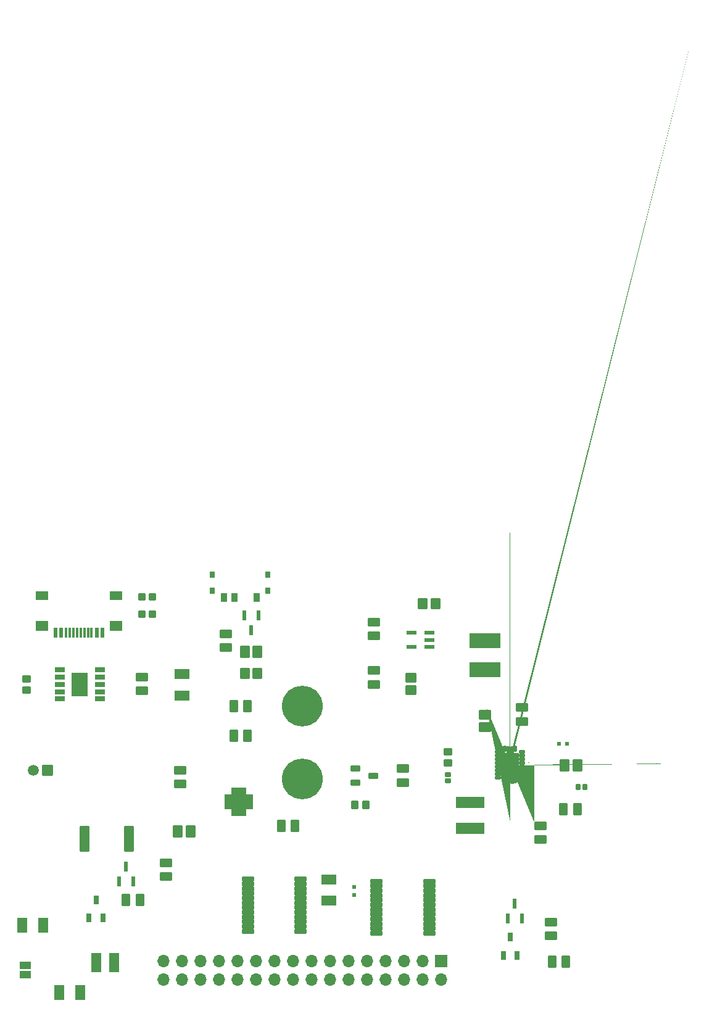
<source format=gbr>
%TF.GenerationSoftware,KiCad,Pcbnew,9.0.0*%
%TF.CreationDate,2025-03-28T16:46:07+02:00*%
%TF.ProjectId,Micromouse Power Subsystem,4d696372-6f6d-46f7-9573-6520506f7765,2.0*%
%TF.SameCoordinates,Original*%
%TF.FileFunction,Soldermask,Top*%
%TF.FilePolarity,Negative*%
%FSLAX46Y46*%
G04 Gerber Fmt 4.6, Leading zero omitted, Abs format (unit mm)*
G04 Created by KiCad (PCBNEW 9.0.0) date 2025-03-28 16:46:07*
%MOMM*%
%LPD*%
G01*
G04 APERTURE LIST*
G04 Aperture macros list*
%AMRoundRect*
0 Rectangle with rounded corners*
0 $1 Rounding radius*
0 $2 $3 $4 $5 $6 $7 $8 $9 X,Y pos of 4 corners*
0 Add a 4 corners polygon primitive as box body*
4,1,4,$2,$3,$4,$5,$6,$7,$8,$9,$2,$3,0*
0 Add four circle primitives for the rounded corners*
1,1,$1+$1,$2,$3*
1,1,$1+$1,$4,$5*
1,1,$1+$1,$6,$7*
1,1,$1+$1,$8,$9*
0 Add four rect primitives between the rounded corners*
20,1,$1+$1,$2,$3,$4,$5,0*
20,1,$1+$1,$4,$5,$6,$7,0*
20,1,$1+$1,$6,$7,$8,$9,0*
20,1,$1+$1,$8,$9,$2,$3,0*%
%AMFreePoly0*
4,1,505,-0.203634,2.555678,-0.202053,2.555421,-0.199231,2.554726,-0.198634,2.554678,-0.197053,2.554421,-0.194231,2.553726,-0.193634,2.553678,-0.192053,2.553421,-0.176164,2.549509,-0.173164,2.548509,-0.166423,2.545994,-0.165768,2.545723,-0.159148,2.542704,-0.157464,2.541862,-0.157608,2.541572,-0.146835,2.536534,-0.144880,2.535327,-0.140541,2.531895,-0.136165,2.529249,-0.134865,2.528313,
-0.133109,2.526820,-0.132165,2.526249,-0.130865,2.525313,-0.118339,2.514661,-0.110339,2.506661,-0.099687,2.494135,-0.098751,2.492835,-0.098179,2.491890,-0.096687,2.490135,-0.095751,2.488835,-0.093104,2.484458,-0.089673,2.480120,-0.088466,2.478165,-0.083427,2.467391,-0.083138,2.467536,-0.082296,2.465852,-0.079277,2.459232,-0.079006,2.458577,-0.076491,2.451836,-0.075491,2.448836,
-0.071579,2.432947,-0.071322,2.431366,-0.071273,2.430768,-0.070579,2.427947,-0.070322,2.426366,-0.070273,2.425768,-0.069579,2.422947,-0.069322,2.421366,-0.068000,2.405000,-0.068000,2.032000,0.068000,2.032000,0.068000,2.405000,0.069322,2.421366,0.069579,2.422947,0.070273,2.425768,0.070322,2.426366,0.070579,2.427947,0.071273,2.430768,0.071322,2.431366,0.071579,2.432947,
0.075491,2.448836,0.076491,2.451836,0.079006,2.458577,0.079277,2.459232,0.082296,2.465852,0.083138,2.467536,0.083427,2.467391,0.088466,2.478165,0.089673,2.480120,0.093104,2.484458,0.095751,2.488835,0.096687,2.490135,0.098179,2.491890,0.098751,2.492835,0.099687,2.494135,0.110339,2.506661,0.118339,2.514661,0.130865,2.525313,0.132165,2.526249,0.133109,2.526820,
0.134865,2.528313,0.136165,2.529249,0.140541,2.531895,0.144880,2.535327,0.146835,2.536534,0.157608,2.541572,0.157464,2.541862,0.159148,2.542704,0.165768,2.545723,0.166423,2.545994,0.173164,2.548509,0.176164,2.549509,0.192053,2.553421,0.193634,2.553678,0.194231,2.553726,0.197053,2.554421,0.198634,2.554678,0.199231,2.554726,0.202053,2.555421,0.203634,2.555678,
0.220000,2.557000,0.330000,2.557000,0.346366,2.555678,0.347947,2.555421,0.350768,2.554726,0.351366,2.554678,0.352947,2.554421,0.355768,2.553726,0.356366,2.553678,0.357947,2.553421,0.373836,2.549509,0.376836,2.548509,0.383577,2.545994,0.384232,2.545723,0.390852,2.542704,0.392536,2.541862,0.392391,2.541572,0.403165,2.536534,0.405120,2.535327,0.409458,2.531895,
0.413835,2.529249,0.415135,2.528313,0.416890,2.526820,0.417835,2.526249,0.419135,2.525313,0.431661,2.514661,0.439661,2.506661,0.450313,2.494135,0.451249,2.492835,0.451820,2.491890,0.453313,2.490135,0.454249,2.488835,0.456895,2.484458,0.460327,2.480120,0.461534,2.478165,0.466572,2.467391,0.466862,2.467536,0.467704,2.465852,0.470723,2.459232,0.470994,2.458577,
0.473509,2.451836,0.474509,2.448836,0.478421,2.432947,0.478678,2.431366,0.478726,2.430768,0.479421,2.427947,0.479678,2.426366,0.479726,2.425768,0.480421,2.422947,0.480678,2.421366,0.482000,2.405000,0.482000,1.632000,0.980000,1.632000,0.996366,1.630678,0.997947,1.630421,1.000768,1.629726,1.001366,1.629678,1.002947,1.629421,1.005768,1.628726,1.006366,1.628678,
1.007947,1.628421,1.013719,1.627000,1.025000,1.627000,1.084954,1.607520,1.122008,1.556520,1.127000,1.525000,1.127000,1.513718,1.128421,1.507947,1.128678,1.506366,1.128726,1.505768,1.129421,1.502947,1.129678,1.501366,1.129726,1.500768,1.130421,1.497947,1.130678,1.496366,1.132000,1.480000,1.132000,-1.480000,1.130678,-1.496366,1.130421,-1.497947,1.129726,-1.500768,
1.129678,-1.501366,1.129421,-1.502947,1.128726,-1.505768,1.128678,-1.506366,1.128421,-1.507947,1.127000,-1.513718,1.127000,-1.525000,1.107520,-1.584954,1.056520,-1.622008,1.025000,-1.627000,1.013719,-1.627000,1.007947,-1.628421,1.006366,-1.628678,1.005768,-1.628726,1.002947,-1.629421,1.001366,-1.629678,1.000768,-1.629726,0.997947,-1.630421,0.996366,-1.630678,0.980000,-1.632000,
0.482000,-1.632000,0.482000,-2.405000,0.480678,-2.421366,0.480421,-2.422947,0.479726,-2.425768,0.479678,-2.426366,0.479421,-2.427947,0.478726,-2.430768,0.478678,-2.431366,0.478421,-2.432947,0.474509,-2.448836,0.473509,-2.451836,0.470994,-2.458577,0.470723,-2.459232,0.467704,-2.465852,0.466862,-2.467536,0.466572,-2.467391,0.461534,-2.478165,0.460327,-2.480120,0.456895,-2.484458,
0.454249,-2.488835,0.453313,-2.490135,0.451820,-2.491890,0.451249,-2.492835,0.450313,-2.494135,0.439661,-2.506661,0.431661,-2.514661,0.419135,-2.525313,0.417835,-2.526249,0.416890,-2.526820,0.415135,-2.528313,0.413835,-2.529249,0.409458,-2.531895,0.405120,-2.535327,0.403165,-2.536534,0.392391,-2.541572,0.392536,-2.541862,0.390852,-2.542704,0.384232,-2.545723,0.383577,-2.545994,
0.376836,-2.548509,0.373836,-2.549509,0.357947,-2.553421,0.356366,-2.553678,0.355768,-2.553726,0.352947,-2.554421,0.351366,-2.554678,0.350768,-2.554726,0.347947,-2.555421,0.346366,-2.555678,0.330000,-2.557000,0.220000,-2.557000,0.203634,-2.555678,0.202053,-2.555421,0.199231,-2.554726,0.198634,-2.554678,0.197053,-2.554421,0.194231,-2.553726,0.193634,-2.553678,0.192053,-2.553421,
0.176164,-2.549509,0.173164,-2.548509,0.166423,-2.545994,0.165768,-2.545723,0.159148,-2.542704,0.157464,-2.541862,0.157608,-2.541572,0.146835,-2.536534,0.144880,-2.535327,0.140541,-2.531895,0.136165,-2.529249,0.134865,-2.528313,0.133109,-2.526820,0.132165,-2.526249,0.130865,-2.525313,0.118339,-2.514661,0.110339,-2.506661,0.099687,-2.494135,0.098751,-2.492835,0.098179,-2.491890,
0.096687,-2.490135,0.095751,-2.488835,0.093104,-2.484458,0.089673,-2.480120,0.088466,-2.478165,0.083427,-2.467391,0.083138,-2.467536,0.082296,-2.465852,0.079277,-2.459232,0.079006,-2.458577,0.076491,-2.451836,0.075491,-2.448836,0.071579,-2.432947,0.071322,-2.431366,0.071273,-2.430768,0.070579,-2.427947,0.070322,-2.426366,0.070273,-2.425768,0.069579,-2.422947,0.069322,-2.421366,
0.068000,-2.405000,0.068000,-2.032000,-0.068000,-2.032000,-0.068000,-2.405000,-0.069322,-2.421366,-0.069579,-2.422947,-0.070273,-2.425768,-0.070322,-2.426366,-0.070579,-2.427947,-0.071273,-2.430768,-0.071322,-2.431366,-0.071579,-2.432947,-0.075491,-2.448836,-0.076491,-2.451836,-0.079006,-2.458577,-0.079277,-2.459232,-0.082296,-2.465852,-0.083138,-2.467536,-0.083427,-2.467391,-0.088466,-2.478165,
-0.089673,-2.480120,-0.093104,-2.484458,-0.095751,-2.488835,-0.096687,-2.490135,-0.098179,-2.491890,-0.098751,-2.492835,-0.099687,-2.494135,-0.110339,-2.506661,-0.118339,-2.514661,-0.130865,-2.525313,-0.132165,-2.526249,-0.133109,-2.526820,-0.134865,-2.528313,-0.136165,-2.529249,-0.140541,-2.531895,-0.144880,-2.535327,-0.146835,-2.536534,-0.157608,-2.541572,-0.157464,-2.541862,-0.159148,-2.542704,
-0.165768,-2.545723,-0.166423,-2.545994,-0.173164,-2.548509,-0.176164,-2.549509,-0.192053,-2.553421,-0.193634,-2.553678,-0.194231,-2.553726,-0.197053,-2.554421,-0.198634,-2.554678,-0.199231,-2.554726,-0.202053,-2.555421,-0.203634,-2.555678,-0.220000,-2.557000,-0.330000,-2.557000,-0.346366,-2.555678,-0.347947,-2.555421,-0.350768,-2.554726,-0.351366,-2.554678,-0.352947,-2.554421,-0.355768,-2.553726,
-0.356366,-2.553678,-0.357947,-2.553421,-0.373836,-2.549509,-0.376836,-2.548509,-0.383577,-2.545994,-0.384232,-2.545723,-0.390852,-2.542704,-0.392536,-2.541862,-0.392391,-2.541572,-0.403165,-2.536534,-0.405120,-2.535327,-0.409458,-2.531895,-0.413835,-2.529249,-0.415135,-2.528313,-0.416890,-2.526820,-0.417835,-2.526249,-0.419135,-2.525313,-0.431661,-2.514661,-0.439661,-2.506661,-0.450313,-2.494135,
-0.451249,-2.492835,-0.451820,-2.491890,-0.453313,-2.490135,-0.454249,-2.488835,-0.456895,-2.484458,-0.460327,-2.480120,-0.461534,-2.478165,-0.466572,-2.467391,-0.466862,-2.467536,-0.467704,-2.465852,-0.470723,-2.459232,-0.470994,-2.458577,-0.473509,-2.451836,-0.474509,-2.448836,-0.478421,-2.432947,-0.478678,-2.431366,-0.478726,-2.430768,-0.479421,-2.427947,-0.479678,-2.426366,-0.479726,-2.425768,
-0.480421,-2.422947,-0.480678,-2.421366,-0.482000,-2.405000,-0.482000,-1.632000,-0.980000,-1.632000,-0.996366,-1.630678,-0.997947,-1.630421,-1.000768,-1.629726,-1.001366,-1.629678,-1.002947,-1.629421,-1.005768,-1.628726,-1.006366,-1.628678,-1.007947,-1.628421,-1.013719,-1.627000,-1.025000,-1.627000,-1.084954,-1.607520,-1.122008,-1.556520,-1.127000,-1.525000,-1.127000,-1.513718,-1.128421,-1.507947,
-1.128678,-1.506366,-1.128726,-1.505768,-1.129421,-1.502947,-1.129678,-1.501366,-1.129726,-1.500768,-1.130421,-1.497947,-1.130678,-1.496366,-1.132000,-1.480000,-1.132000,1.480000,-1.130678,1.496366,-1.130421,1.497947,-1.129726,1.500768,-1.129678,1.501366,-1.129421,1.502947,-1.128726,1.505768,-1.128678,1.506366,-1.128421,1.507947,-1.127000,1.513718,-1.127000,1.525000,-1.107520,1.584954,
-1.056520,1.622008,-1.025000,1.627000,-1.013719,1.627000,-1.007947,1.628421,-1.006366,1.628678,-1.005768,1.628726,-1.002947,1.629421,-1.001366,1.629678,-1.000768,1.629726,-0.997947,1.630421,-0.996366,1.630678,-0.980000,1.632000,-0.482000,1.632000,-0.482000,2.405000,-0.480678,2.421366,-0.480421,2.422947,-0.479726,2.425768,-0.479678,2.426366,-0.479421,2.427947,-0.478726,2.430768,
-0.478678,2.431366,-0.478421,2.432947,-0.474509,2.448836,-0.473509,2.451836,-0.470994,2.458577,-0.470723,2.459232,-0.467704,2.465852,-0.466862,2.467536,-0.466572,2.467391,-0.461534,2.478165,-0.460327,2.480120,-0.456895,2.484458,-0.454249,2.488835,-0.453313,2.490135,-0.451820,2.491890,-0.451249,2.492835,-0.450313,2.494135,-0.439661,2.506661,-0.431661,2.514661,-0.419135,2.525313,
-0.417835,2.526249,-0.416890,2.526820,-0.415135,2.528313,-0.413835,2.529249,-0.409458,2.531895,-0.405120,2.535327,-0.403165,2.536534,-0.392391,2.541572,-0.392536,2.541862,-0.390852,2.542704,-0.384232,2.545723,-0.383577,2.545994,-0.376836,2.548509,-0.373836,2.549509,-0.357947,2.553421,-0.356366,2.553678,-0.355768,2.553726,-0.352947,2.554421,-0.351366,2.554678,-0.350768,2.554726,
-0.347947,2.555421,-0.346366,2.555678,-0.330000,2.557000,-0.220000,2.557000,-0.203634,2.555678,-0.203634,2.555678,$1*%
G04 Aperture macros list end*
%ADD10C,0.010000*%
%ADD11C,0.504000*%
%ADD12FreePoly0,0.000000*%
%ADD13RoundRect,0.093240X-0.128760X-0.308760X0.128760X-0.308760X0.128760X0.308760X-0.128760X0.308760X0*%
%ADD14RoundRect,0.093240X-0.308760X-0.128760X0.308760X-0.128760X0.308760X0.128760X-0.308760X0.128760X0*%
%ADD15RoundRect,0.102000X-0.710000X0.500000X-0.710000X-0.500000X0.710000X-0.500000X0.710000X0.500000X0*%
%ADD16RoundRect,0.197160X0.204840X-0.174840X0.204840X0.174840X-0.204840X0.174840X-0.204840X-0.174840X0*%
%ADD17RoundRect,0.102000X0.735000X-0.580000X0.735000X0.580000X-0.735000X0.580000X-0.735000X-0.580000X0*%
%ADD18RoundRect,0.102000X-0.500000X-0.710000X0.500000X-0.710000X0.500000X0.710000X-0.500000X0.710000X0*%
%ADD19RoundRect,0.102000X-0.465000X0.435000X-0.465000X-0.435000X0.465000X-0.435000X0.465000X0.435000X0*%
%ADD20R,4.000000X1.500000*%
%ADD21RoundRect,0.197160X0.174840X0.204840X-0.174840X0.204840X-0.174840X-0.204840X0.174840X-0.204840X0*%
%ADD22R,0.605600X0.500000*%
%ADD23RoundRect,0.102000X0.750000X0.200000X-0.750000X0.200000X-0.750000X-0.200000X0.750000X-0.200000X0*%
%ADD24C,5.600000*%
%ADD25R,1.700000X1.700000*%
%ADD26O,1.700000X1.700000*%
%ADD27R,1.500000X1.000000*%
%ADD28RoundRect,0.102000X0.710000X-0.500000X0.710000X0.500000X-0.710000X0.500000X-0.710000X-0.500000X0*%
%ADD29RoundRect,0.198500X-0.508500X-0.198500X0.508500X-0.198500X0.508500X0.198500X-0.508500X0.198500X0*%
%ADD30RoundRect,0.102000X-0.910000X0.600000X-0.910000X-0.600000X0.910000X-0.600000X0.910000X0.600000X0*%
%ADD31R,1.803400X1.447800*%
%ADD32R,1.803400X1.193800*%
%ADD33R,0.609600X1.447800*%
%ADD34R,0.304800X1.447800*%
%ADD35RoundRect,0.102000X-0.600000X-0.910000X0.600000X-0.910000X0.600000X0.910000X-0.600000X0.910000X0*%
%ADD36RoundRect,0.102000X0.465000X-0.435000X0.465000X0.435000X-0.465000X0.435000X-0.465000X-0.435000X0*%
%ADD37R,0.558800X1.320800*%
%ADD38RoundRect,0.102000X0.435000X0.465000X-0.435000X0.465000X-0.435000X-0.465000X0.435000X-0.465000X0*%
%ADD39RoundRect,0.085500X-0.621500X-0.256500X0.621500X-0.256500X0.621500X0.256500X-0.621500X0.256500X0*%
%ADD40RoundRect,0.102000X-0.654000X-0.654000X0.654000X-0.654000X0.654000X0.654000X-0.654000X0.654000X0*%
%ADD41C,1.512000*%
%ADD42RoundRect,0.102000X0.910000X-0.600000X0.910000X0.600000X-0.910000X0.600000X-0.910000X-0.600000X0*%
%ADD43RoundRect,0.102000X-0.535000X-1.710000X0.535000X-1.710000X0.535000X1.710000X-0.535000X1.710000X0*%
%ADD44RoundRect,0.102000X-0.750000X-0.200000X0.750000X-0.200000X0.750000X0.200000X-0.750000X0.200000X0*%
%ADD45RoundRect,0.102000X0.500000X0.710000X-0.500000X0.710000X-0.500000X-0.710000X0.500000X-0.710000X0*%
%ADD46R,0.700000X1.250000*%
%ADD47RoundRect,0.102000X0.400000X0.400000X-0.400000X0.400000X-0.400000X-0.400000X0.400000X-0.400000X0*%
%ADD48RoundRect,0.058000X0.474000X0.174000X-0.474000X0.174000X-0.474000X-0.174000X0.474000X-0.174000X0*%
%ADD49RoundRect,0.058000X0.174000X0.474000X-0.174000X0.474000X-0.174000X-0.474000X0.174000X-0.474000X0*%
%ADD50RoundRect,0.102000X0.840000X0.840000X-0.840000X0.840000X-0.840000X-0.840000X0.840000X-0.840000X0*%
%ADD51R,1.400000X0.700000*%
%ADD52R,2.300000X3.200000*%
%ADD53RoundRect,0.102000X-0.580000X-0.735000X0.580000X-0.735000X0.580000X0.735000X-0.580000X0.735000X0*%
%ADD54RoundRect,0.102000X-0.550000X-0.690000X0.550000X-0.690000X0.550000X0.690000X-0.550000X0.690000X0*%
%ADD55RoundRect,0.102000X0.600000X0.910000X-0.600000X0.910000X-0.600000X-0.910000X0.600000X-0.910000X0*%
%ADD56R,0.500000X0.605600*%
%ADD57R,0.900000X1.250000*%
%ADD58R,0.800000X0.900000*%
%ADD59R,1.320800X0.558800*%
%ADD60R,4.220000X2.124000*%
%ADD61RoundRect,0.102000X-0.575000X-0.725000X0.575000X-0.725000X0.575000X0.725000X-0.575000X0.725000X0*%
%ADD62RoundRect,0.102000X0.690000X-0.550000X0.690000X0.550000X-0.690000X0.550000X-0.690000X-0.550000X0*%
G04 APERTURE END LIST*
D10*
%TO.C,U5*%
X165826000Y-75454000D02*
X165834000Y-75455000D01*
X165842000Y-75456000D01*
X165849000Y-75458000D01*
X165857000Y-75460000D01*
X165864000Y-75463000D01*
X165872000Y-75466000D01*
X165879000Y-75470000D01*
X165886000Y-75473000D01*
X165893000Y-75478000D01*
X165899000Y-75482000D01*
X165906000Y-75487000D01*
X165912000Y-75492000D01*
X165917000Y-75498000D01*
X165923000Y-75503000D01*
X165928000Y-75509000D01*
X165933000Y-75516000D01*
X165937000Y-75522000D01*
X165942000Y-75529000D01*
X165945000Y-75536000D01*
X165949000Y-75543000D01*
X165952000Y-75551000D01*
X165955000Y-75558000D01*
X165957000Y-75566000D01*
X165959000Y-75573000D01*
X165960000Y-75581000D01*
X165961000Y-75589000D01*
X165962000Y-75597000D01*
X165962000Y-75605000D01*
X165962000Y-75978000D01*
X166107000Y-75978000D01*
X166108000Y-75978000D01*
X166108000Y-75603000D01*
X166108000Y-75595000D01*
X166109000Y-75587000D01*
X166110000Y-75580000D01*
X166111000Y-75572000D01*
X166113000Y-75564000D01*
X166115000Y-75557000D01*
X166118000Y-75549000D01*
X166121000Y-75542000D01*
X166124000Y-75535000D01*
X166128000Y-75528000D01*
X166132000Y-75521000D01*
X166137000Y-75515000D01*
X166141000Y-75509000D01*
X166147000Y-75503000D01*
X166152000Y-75497000D01*
X166158000Y-75492000D01*
X166164000Y-75486000D01*
X166170000Y-75482000D01*
X166176000Y-75477000D01*
X166183000Y-75473000D01*
X166190000Y-75469000D01*
X166197000Y-75466000D01*
X166204000Y-75463000D01*
X166212000Y-75460000D01*
X166219000Y-75458000D01*
X166227000Y-75456000D01*
X166235000Y-75455000D01*
X166242000Y-75454000D01*
X166250000Y-75453000D01*
X166258000Y-75453000D01*
X166361000Y-75453000D01*
X166369000Y-75453000D01*
X166377000Y-75454000D01*
X166385000Y-75455000D01*
X166392000Y-75456000D01*
X166400000Y-75458000D01*
X166408000Y-75460000D01*
X166415000Y-75463000D01*
X166422000Y-75466000D01*
X166430000Y-75469000D01*
X166436000Y-75473000D01*
X166443000Y-75477000D01*
X166450000Y-75482000D01*
X166456000Y-75487000D01*
X166462000Y-75492000D01*
X166468000Y-75497000D01*
X166473000Y-75503000D01*
X166478000Y-75509000D01*
X166483000Y-75515000D01*
X166488000Y-75522000D01*
X166492000Y-75529000D01*
X166496000Y-75535000D01*
X166499000Y-75543000D01*
X166502000Y-75550000D01*
X166505000Y-75557000D01*
X166507000Y-75565000D01*
X166509000Y-75573000D01*
X166510000Y-75580000D01*
X166511000Y-75588000D01*
X166512000Y-75596000D01*
X166512000Y-75604000D01*
X166512000Y-76378000D01*
X167010000Y-76378000D01*
X167018000Y-76378000D01*
X167026000Y-76379000D01*
X167034000Y-76380000D01*
X167042000Y-76381000D01*
X167049000Y-76383000D01*
X167057000Y-76385000D01*
X167064000Y-76388000D01*
X167072000Y-76391000D01*
X167079000Y-76395000D01*
X167086000Y-76398000D01*
X167093000Y-76403000D01*
X167099000Y-76407000D01*
X167106000Y-76412000D01*
X167112000Y-76417000D01*
X167117000Y-76423000D01*
X167123000Y-76428000D01*
X167128000Y-76434000D01*
X167133000Y-76441000D01*
X167137000Y-76447000D01*
X167142000Y-76454000D01*
X167145000Y-76461000D01*
X167149000Y-76468000D01*
X167152000Y-76476000D01*
X167155000Y-76483000D01*
X167157000Y-76491000D01*
X167159000Y-76498000D01*
X167160000Y-76506000D01*
X167161000Y-76514000D01*
X167162000Y-76522000D01*
X167162000Y-76530000D01*
X167162000Y-79481000D01*
X167162000Y-79489000D01*
X167161000Y-79497000D01*
X167160000Y-79504000D01*
X167159000Y-79512000D01*
X167157000Y-79520000D01*
X167155000Y-79527000D01*
X167152000Y-79535000D01*
X167149000Y-79542000D01*
X167146000Y-79549000D01*
X167142000Y-79556000D01*
X167138000Y-79563000D01*
X167133000Y-79569000D01*
X167129000Y-79575000D01*
X167123000Y-79581000D01*
X167118000Y-79587000D01*
X167112000Y-79592000D01*
X167106000Y-79598000D01*
X167100000Y-79602000D01*
X167094000Y-79607000D01*
X167087000Y-79611000D01*
X167080000Y-79615000D01*
X167073000Y-79618000D01*
X167066000Y-79621000D01*
X167058000Y-79624000D01*
X167051000Y-79626000D01*
X167043000Y-79628000D01*
X167035000Y-79629000D01*
X167028000Y-79630000D01*
X167020000Y-79631000D01*
X167012000Y-79631000D01*
X166513000Y-79631000D01*
X166512000Y-79631000D01*
X166512000Y-79632000D01*
X166512000Y-80406000D01*
X166512000Y-80414000D01*
X166511000Y-80422000D01*
X166510000Y-80429000D01*
X166509000Y-80437000D01*
X166507000Y-80445000D01*
X166505000Y-80452000D01*
X166502000Y-80460000D01*
X166499000Y-80467000D01*
X166496000Y-80474000D01*
X166492000Y-80481000D01*
X166488000Y-80488000D01*
X166483000Y-80494000D01*
X166479000Y-80500000D01*
X166473000Y-80506000D01*
X166468000Y-80512000D01*
X166462000Y-80517000D01*
X166456000Y-80523000D01*
X166450000Y-80527000D01*
X166444000Y-80532000D01*
X166437000Y-80536000D01*
X166430000Y-80540000D01*
X166423000Y-80543000D01*
X166416000Y-80546000D01*
X166408000Y-80549000D01*
X166401000Y-80551000D01*
X166393000Y-80553000D01*
X166385000Y-80554000D01*
X166378000Y-80555000D01*
X166370000Y-80556000D01*
X166362000Y-80556000D01*
X166257000Y-80556000D01*
X166249000Y-80556000D01*
X166241000Y-80555000D01*
X166234000Y-80554000D01*
X166226000Y-80553000D01*
X166218000Y-80551000D01*
X166211000Y-80549000D01*
X166204000Y-80546000D01*
X166196000Y-80543000D01*
X166189000Y-80540000D01*
X166182000Y-80536000D01*
X166176000Y-80532000D01*
X166169000Y-80528000D01*
X166163000Y-80523000D01*
X166157000Y-80518000D01*
X166152000Y-80512000D01*
X166146000Y-80507000D01*
X166141000Y-80501000D01*
X166136000Y-80495000D01*
X166132000Y-80488000D01*
X166128000Y-80482000D01*
X166124000Y-80475000D01*
X166121000Y-80468000D01*
X166118000Y-80460000D01*
X166115000Y-80453000D01*
X166113000Y-80446000D01*
X166111000Y-80438000D01*
X166110000Y-80430000D01*
X166109000Y-80423000D01*
X166108000Y-80415000D01*
X166108000Y-80407000D01*
X166108000Y-80032000D01*
X165963000Y-80032000D01*
X165962000Y-80032000D01*
X165962000Y-80033000D01*
X165962000Y-80406000D01*
X165962000Y-80414000D01*
X165961000Y-80422000D01*
X165960000Y-80429000D01*
X165959000Y-80437000D01*
X165957000Y-80445000D01*
X165955000Y-80452000D01*
X165952000Y-80460000D01*
X165949000Y-80467000D01*
X165946000Y-80474000D01*
X165942000Y-80481000D01*
X165938000Y-80488000D01*
X165933000Y-80494000D01*
X165929000Y-80500000D01*
X165923000Y-80506000D01*
X165918000Y-80512000D01*
X165912000Y-80517000D01*
X165906000Y-80523000D01*
X165900000Y-80527000D01*
X165894000Y-80532000D01*
X165887000Y-80536000D01*
X165880000Y-80540000D01*
X165873000Y-80543000D01*
X165866000Y-80546000D01*
X165858000Y-80549000D01*
X165851000Y-80551000D01*
X165843000Y-80553000D01*
X165835000Y-80554000D01*
X165828000Y-80555000D01*
X165820000Y-80556000D01*
X165812000Y-80556000D01*
X165706000Y-80556000D01*
X165698000Y-80556000D01*
X165691000Y-80555000D01*
X165683000Y-80554000D01*
X165675000Y-80553000D01*
X165668000Y-80551000D01*
X165660000Y-80549000D01*
X165653000Y-80546000D01*
X165646000Y-80543000D01*
X165639000Y-80540000D01*
X165632000Y-80536000D01*
X165625000Y-80532000D01*
X165619000Y-80528000D01*
X165613000Y-80523000D01*
X165607000Y-80518000D01*
X165601000Y-80513000D01*
X165596000Y-80507000D01*
X165591000Y-80501000D01*
X165586000Y-80495000D01*
X165582000Y-80489000D01*
X165578000Y-80482000D01*
X165574000Y-80475000D01*
X165571000Y-80468000D01*
X165568000Y-80461000D01*
X165565000Y-80454000D01*
X165563000Y-80446000D01*
X165561000Y-80439000D01*
X165560000Y-80431000D01*
X165559000Y-80423000D01*
X165558000Y-80416000D01*
X165558000Y-80408000D01*
X165558000Y-79632000D01*
X165060000Y-79632000D01*
X165052000Y-79632000D01*
X165044000Y-79631000D01*
X165036000Y-79630000D01*
X165028000Y-79629000D01*
X165021000Y-79627000D01*
X165013000Y-79625000D01*
X165006000Y-79622000D01*
X164998000Y-79619000D01*
X164991000Y-79615000D01*
X164984000Y-79612000D01*
X164977000Y-79607000D01*
X164971000Y-79603000D01*
X164964000Y-79598000D01*
X164958000Y-79593000D01*
X164953000Y-79587000D01*
X164947000Y-79582000D01*
X164942000Y-79576000D01*
X164937000Y-79569000D01*
X164933000Y-79563000D01*
X164928000Y-79556000D01*
X164925000Y-79549000D01*
X164921000Y-79542000D01*
X164918000Y-79534000D01*
X164915000Y-79527000D01*
X164913000Y-79519000D01*
X164911000Y-79512000D01*
X164910000Y-79504000D01*
X164909000Y-79496000D01*
X164908000Y-79488000D01*
X164908000Y-79480000D01*
X164908000Y-76531000D01*
X164908000Y-76523000D01*
X164909000Y-76515000D01*
X164910000Y-76507000D01*
X164911000Y-76499000D01*
X164913000Y-76492000D01*
X164915000Y-76484000D01*
X164918000Y-76477000D01*
X164921000Y-76469000D01*
X164925000Y-76462000D01*
X164928000Y-76455000D01*
X164933000Y-76448000D01*
X164937000Y-76442000D01*
X164942000Y-76435000D01*
X164947000Y-76429000D01*
X164953000Y-76424000D01*
X164958000Y-76418000D01*
X164964000Y-76413000D01*
X164971000Y-76408000D01*
X164977000Y-76404000D01*
X164984000Y-76399000D01*
X164991000Y-76396000D01*
X164998000Y-76392000D01*
X165006000Y-76389000D01*
X165013000Y-76386000D01*
X165021000Y-76384000D01*
X165028000Y-76382000D01*
X165036000Y-76381000D01*
X165044000Y-76380000D01*
X165052000Y-76379000D01*
X165060000Y-76379000D01*
X165557000Y-76379000D01*
X165558000Y-76379000D01*
X165558000Y-76378000D01*
X165558000Y-75605000D01*
X165558000Y-75597000D01*
X165559000Y-75589000D01*
X165560000Y-75581000D01*
X165561000Y-75573000D01*
X165563000Y-75566000D01*
X165565000Y-75558000D01*
X165568000Y-75551000D01*
X165571000Y-75543000D01*
X165575000Y-75536000D01*
X165578000Y-75529000D01*
X165583000Y-75522000D01*
X165587000Y-75516000D01*
X165592000Y-75509000D01*
X165597000Y-75503000D01*
X165603000Y-75498000D01*
X165608000Y-75492000D01*
X165614000Y-75487000D01*
X165621000Y-75482000D01*
X165627000Y-75478000D01*
X165634000Y-75473000D01*
X165641000Y-75470000D01*
X165648000Y-75466000D01*
X165656000Y-75463000D01*
X165663000Y-75460000D01*
X165671000Y-75458000D01*
X165678000Y-75456000D01*
X165686000Y-75455000D01*
X165694000Y-75454000D01*
X165702000Y-75453000D01*
X165710000Y-75453000D01*
X165810000Y-75453000D01*
X165818000Y-75453000D01*
X165826000Y-75454000D01*
G36*
X165826000Y-75454000D02*
G01*
X165834000Y-75455000D01*
X165842000Y-75456000D01*
X165849000Y-75458000D01*
X165857000Y-75460000D01*
X165864000Y-75463000D01*
X165872000Y-75466000D01*
X165879000Y-75470000D01*
X165886000Y-75473000D01*
X165893000Y-75478000D01*
X165899000Y-75482000D01*
X165906000Y-75487000D01*
X165912000Y-75492000D01*
X165917000Y-75498000D01*
X165923000Y-75503000D01*
X165928000Y-75509000D01*
X165933000Y-75516000D01*
X165937000Y-75522000D01*
X165942000Y-75529000D01*
X165945000Y-75536000D01*
X165949000Y-75543000D01*
X165952000Y-75551000D01*
X165955000Y-75558000D01*
X165957000Y-75566000D01*
X165959000Y-75573000D01*
X165960000Y-75581000D01*
X165961000Y-75589000D01*
X165962000Y-75597000D01*
X165962000Y-75605000D01*
X165962000Y-75978000D01*
X166107000Y-75978000D01*
X166108000Y-75978000D01*
X166108000Y-75603000D01*
X166108000Y-75595000D01*
X166109000Y-75587000D01*
X166110000Y-75580000D01*
X166111000Y-75572000D01*
X166113000Y-75564000D01*
X166115000Y-75557000D01*
X166118000Y-75549000D01*
X166121000Y-75542000D01*
X166124000Y-75535000D01*
X166128000Y-75528000D01*
X166132000Y-75521000D01*
X166137000Y-75515000D01*
X166141000Y-75509000D01*
X166147000Y-75503000D01*
X166152000Y-75497000D01*
X166158000Y-75492000D01*
X166164000Y-75486000D01*
X166170000Y-75482000D01*
X166176000Y-75477000D01*
X166183000Y-75473000D01*
X166190000Y-75469000D01*
X166197000Y-75466000D01*
X166204000Y-75463000D01*
X166212000Y-75460000D01*
X166219000Y-75458000D01*
X166227000Y-75456000D01*
X166235000Y-75455000D01*
X166242000Y-75454000D01*
X166250000Y-75453000D01*
X166258000Y-75453000D01*
X166361000Y-75453000D01*
X166369000Y-75453000D01*
X166377000Y-75454000D01*
X166385000Y-75455000D01*
X166392000Y-75456000D01*
X166400000Y-75458000D01*
X166408000Y-75460000D01*
X166415000Y-75463000D01*
X166422000Y-75466000D01*
X166430000Y-75469000D01*
X166436000Y-75473000D01*
X166443000Y-75477000D01*
X166450000Y-75482000D01*
X166456000Y-75487000D01*
X166462000Y-75492000D01*
X166468000Y-75497000D01*
X166473000Y-75503000D01*
X166478000Y-75509000D01*
X166483000Y-75515000D01*
X166488000Y-75522000D01*
X166492000Y-75529000D01*
X166496000Y-75535000D01*
X166499000Y-75543000D01*
X166502000Y-75550000D01*
X166505000Y-75557000D01*
X166507000Y-75565000D01*
X166509000Y-75573000D01*
X166510000Y-75580000D01*
X166511000Y-75588000D01*
X166512000Y-75596000D01*
X166512000Y-75604000D01*
X166512000Y-76378000D01*
X167010000Y-76378000D01*
X167018000Y-76378000D01*
X167026000Y-76379000D01*
X167034000Y-76380000D01*
X167042000Y-76381000D01*
X167049000Y-76383000D01*
X167057000Y-76385000D01*
X167064000Y-76388000D01*
X167072000Y-76391000D01*
X167079000Y-76395000D01*
X167086000Y-76398000D01*
X167093000Y-76403000D01*
X167099000Y-76407000D01*
X167106000Y-76412000D01*
X167112000Y-76417000D01*
X167117000Y-76423000D01*
X167123000Y-76428000D01*
X167128000Y-76434000D01*
X167133000Y-76441000D01*
X167137000Y-76447000D01*
X167142000Y-76454000D01*
X167145000Y-76461000D01*
X167149000Y-76468000D01*
X167152000Y-76476000D01*
X167155000Y-76483000D01*
X167157000Y-76491000D01*
X167159000Y-76498000D01*
X167160000Y-76506000D01*
X167161000Y-76514000D01*
X167162000Y-76522000D01*
X167162000Y-76530000D01*
X167162000Y-79481000D01*
X167162000Y-79489000D01*
X167161000Y-79497000D01*
X167160000Y-79504000D01*
X167159000Y-79512000D01*
X167157000Y-79520000D01*
X167155000Y-79527000D01*
X167152000Y-79535000D01*
X167149000Y-79542000D01*
X167146000Y-79549000D01*
X167142000Y-79556000D01*
X167138000Y-79563000D01*
X167133000Y-79569000D01*
X167129000Y-79575000D01*
X167123000Y-79581000D01*
X167118000Y-79587000D01*
X167112000Y-79592000D01*
X167106000Y-79598000D01*
X167100000Y-79602000D01*
X167094000Y-79607000D01*
X167087000Y-79611000D01*
X167080000Y-79615000D01*
X167073000Y-79618000D01*
X167066000Y-79621000D01*
X167058000Y-79624000D01*
X167051000Y-79626000D01*
X167043000Y-79628000D01*
X167035000Y-79629000D01*
X167028000Y-79630000D01*
X167020000Y-79631000D01*
X167012000Y-79631000D01*
X166513000Y-79631000D01*
X166512000Y-79631000D01*
X166512000Y-79632000D01*
X166512000Y-80406000D01*
X166512000Y-80414000D01*
X166511000Y-80422000D01*
X166510000Y-80429000D01*
X166509000Y-80437000D01*
X166507000Y-80445000D01*
X166505000Y-80452000D01*
X166502000Y-80460000D01*
X166499000Y-80467000D01*
X166496000Y-80474000D01*
X166492000Y-80481000D01*
X166488000Y-80488000D01*
X166483000Y-80494000D01*
X166479000Y-80500000D01*
X166473000Y-80506000D01*
X166468000Y-80512000D01*
X166462000Y-80517000D01*
X166456000Y-80523000D01*
X166450000Y-80527000D01*
X166444000Y-80532000D01*
X166437000Y-80536000D01*
X166430000Y-80540000D01*
X166423000Y-80543000D01*
X166416000Y-80546000D01*
X166408000Y-80549000D01*
X166401000Y-80551000D01*
X166393000Y-80553000D01*
X166385000Y-80554000D01*
X166378000Y-80555000D01*
X166370000Y-80556000D01*
X166362000Y-80556000D01*
X166257000Y-80556000D01*
X166249000Y-80556000D01*
X166241000Y-80555000D01*
X166234000Y-80554000D01*
X166226000Y-80553000D01*
X166218000Y-80551000D01*
X166211000Y-80549000D01*
X166204000Y-80546000D01*
X166196000Y-80543000D01*
X166189000Y-80540000D01*
X166182000Y-80536000D01*
X166176000Y-80532000D01*
X166169000Y-80528000D01*
X166163000Y-80523000D01*
X166157000Y-80518000D01*
X166152000Y-80512000D01*
X166146000Y-80507000D01*
X166141000Y-80501000D01*
X166136000Y-80495000D01*
X166132000Y-80488000D01*
X166128000Y-80482000D01*
X166124000Y-80475000D01*
X166121000Y-80468000D01*
X166118000Y-80460000D01*
X166115000Y-80453000D01*
X166113000Y-80446000D01*
X166111000Y-80438000D01*
X166110000Y-80430000D01*
X166109000Y-80423000D01*
X166108000Y-80415000D01*
X166108000Y-80407000D01*
X166108000Y-80032000D01*
X165963000Y-80032000D01*
X165962000Y-80032000D01*
X165962000Y-80033000D01*
X165962000Y-80406000D01*
X165962000Y-80414000D01*
X165961000Y-80422000D01*
X165960000Y-80429000D01*
X165959000Y-80437000D01*
X165957000Y-80445000D01*
X165955000Y-80452000D01*
X165952000Y-80460000D01*
X165949000Y-80467000D01*
X165946000Y-80474000D01*
X165942000Y-80481000D01*
X165938000Y-80488000D01*
X165933000Y-80494000D01*
X165929000Y-80500000D01*
X165923000Y-80506000D01*
X165918000Y-80512000D01*
X165912000Y-80517000D01*
X165906000Y-80523000D01*
X165900000Y-80527000D01*
X165894000Y-80532000D01*
X165887000Y-80536000D01*
X165880000Y-80540000D01*
X165873000Y-80543000D01*
X165866000Y-80546000D01*
X165858000Y-80549000D01*
X165851000Y-80551000D01*
X165843000Y-80553000D01*
X165835000Y-80554000D01*
X165828000Y-80555000D01*
X165820000Y-80556000D01*
X165812000Y-80556000D01*
X165706000Y-80556000D01*
X165698000Y-80556000D01*
X165691000Y-80555000D01*
X165683000Y-80554000D01*
X165675000Y-80553000D01*
X165668000Y-80551000D01*
X165660000Y-80549000D01*
X165653000Y-80546000D01*
X165646000Y-80543000D01*
X165639000Y-80540000D01*
X165632000Y-80536000D01*
X165625000Y-80532000D01*
X165619000Y-80528000D01*
X165613000Y-80523000D01*
X165607000Y-80518000D01*
X165601000Y-80513000D01*
X165596000Y-80507000D01*
X165591000Y-80501000D01*
X165586000Y-80495000D01*
X165582000Y-80489000D01*
X165578000Y-80482000D01*
X165574000Y-80475000D01*
X165571000Y-80468000D01*
X165568000Y-80461000D01*
X165565000Y-80454000D01*
X165563000Y-80446000D01*
X165561000Y-80439000D01*
X165560000Y-80431000D01*
X165559000Y-80423000D01*
X165558000Y-80416000D01*
X165558000Y-80408000D01*
X165558000Y-79632000D01*
X165060000Y-79632000D01*
X165052000Y-79632000D01*
X165044000Y-79631000D01*
X165036000Y-79630000D01*
X165028000Y-79629000D01*
X165021000Y-79627000D01*
X165013000Y-79625000D01*
X165006000Y-79622000D01*
X164998000Y-79619000D01*
X164991000Y-79615000D01*
X164984000Y-79612000D01*
X164977000Y-79607000D01*
X164971000Y-79603000D01*
X164964000Y-79598000D01*
X164958000Y-79593000D01*
X164953000Y-79587000D01*
X164947000Y-79582000D01*
X164942000Y-79576000D01*
X164937000Y-79569000D01*
X164933000Y-79563000D01*
X164928000Y-79556000D01*
X164925000Y-79549000D01*
X164921000Y-79542000D01*
X164918000Y-79534000D01*
X164915000Y-79527000D01*
X164913000Y-79519000D01*
X164911000Y-79512000D01*
X164910000Y-79504000D01*
X164909000Y-79496000D01*
X164908000Y-79488000D01*
X164908000Y-79480000D01*
X164908000Y-76531000D01*
X164908000Y-76523000D01*
X164909000Y-76515000D01*
X164910000Y-76507000D01*
X164911000Y-76499000D01*
X164913000Y-76492000D01*
X164915000Y-76484000D01*
X164918000Y-76477000D01*
X164921000Y-76469000D01*
X164925000Y-76462000D01*
X164928000Y-76455000D01*
X164933000Y-76448000D01*
X164937000Y-76442000D01*
X164942000Y-76435000D01*
X164947000Y-76429000D01*
X164953000Y-76424000D01*
X164958000Y-76418000D01*
X164964000Y-76413000D01*
X164971000Y-76408000D01*
X164977000Y-76404000D01*
X164984000Y-76399000D01*
X164991000Y-76396000D01*
X164998000Y-76392000D01*
X165006000Y-76389000D01*
X165013000Y-76386000D01*
X165021000Y-76384000D01*
X165028000Y-76382000D01*
X165036000Y-76381000D01*
X165044000Y-76380000D01*
X165052000Y-76379000D01*
X165060000Y-76379000D01*
X165557000Y-76379000D01*
X165558000Y-76379000D01*
X165558000Y-76378000D01*
X165558000Y-75605000D01*
X165558000Y-75597000D01*
X165559000Y-75589000D01*
X165560000Y-75581000D01*
X165561000Y-75573000D01*
X165563000Y-75566000D01*
X165565000Y-75558000D01*
X165568000Y-75551000D01*
X165571000Y-75543000D01*
X165575000Y-75536000D01*
X165578000Y-75529000D01*
X165583000Y-75522000D01*
X165587000Y-75516000D01*
X165592000Y-75509000D01*
X165597000Y-75503000D01*
X165603000Y-75498000D01*
X165608000Y-75492000D01*
X165614000Y-75487000D01*
X165621000Y-75482000D01*
X165627000Y-75478000D01*
X165634000Y-75473000D01*
X165641000Y-75470000D01*
X165648000Y-75466000D01*
X165656000Y-75463000D01*
X165663000Y-75460000D01*
X165671000Y-75458000D01*
X165678000Y-75456000D01*
X165686000Y-75455000D01*
X165694000Y-75454000D01*
X165702000Y-75453000D01*
X165710000Y-75453000D01*
X165810000Y-75453000D01*
X165818000Y-75453000D01*
X165826000Y-75454000D01*
G37*
%TD*%
D11*
%TO.C,U5*%
X166035000Y-79280000D03*
X166810000Y-78530000D03*
X166035000Y-78530000D03*
X165260000Y-78530000D03*
X166810000Y-77480000D03*
X166035000Y-77480000D03*
X165260000Y-77480000D03*
X166035000Y-76730000D03*
D12*
X166035000Y-78005000D03*
D13*
X166785000Y-75855000D03*
D14*
X167685000Y-76255000D03*
X167685000Y-76755000D03*
X167685000Y-77255000D03*
X167685000Y-77755000D03*
X167685000Y-78255000D03*
X167685000Y-78755000D03*
X167685000Y-79255000D03*
X167685000Y-79755000D03*
D13*
X166785000Y-80155000D03*
X165285000Y-80155000D03*
D14*
X164385000Y-79755000D03*
X164385000Y-79255000D03*
X164385000Y-78755000D03*
X164385000Y-78255000D03*
X164385000Y-77755000D03*
X164385000Y-77255000D03*
X164385000Y-76755000D03*
X164385000Y-76255000D03*
D13*
X165285000Y-75855000D03*
%TD*%
D15*
%TO.C,R13*%
X170180000Y-88230000D03*
X170180000Y-86360000D03*
%TD*%
D16*
%TO.C,C8*%
X157480000Y-79340000D03*
X157480000Y-80200000D03*
%TD*%
D17*
%TO.C,C7*%
X162560000Y-71120000D03*
X162560000Y-72870000D03*
%TD*%
D18*
%TO.C,R14*%
X175260000Y-84140000D03*
X173390000Y-84140000D03*
%TD*%
D19*
%TO.C,R16*%
X157480000Y-77760000D03*
X157480000Y-76200000D03*
%TD*%
D20*
%TO.C,L1*%
X160535000Y-83180000D03*
X160535000Y-86780000D03*
%TD*%
D21*
%TO.C,C9*%
X175425000Y-81070000D03*
X176285000Y-81070000D03*
%TD*%
D15*
%TO.C,R17*%
X167640000Y-72055000D03*
X167640000Y-70185000D03*
%TD*%
D22*
%TO.C,C10*%
X173825600Y-75140000D03*
X172720000Y-75140000D03*
%TD*%
D15*
%TO.C,R4*%
X118800000Y-93310000D03*
X118800000Y-91440000D03*
%TD*%
D23*
%TO.C,U3*%
X147690000Y-101130000D03*
X147690000Y-100480000D03*
X147690000Y-99830000D03*
X147690000Y-99180000D03*
X147690000Y-98530000D03*
X147690000Y-97880000D03*
X147690000Y-97230000D03*
X147690000Y-96580000D03*
X147690000Y-95930000D03*
X147690000Y-95280000D03*
X147690000Y-94630000D03*
X147690000Y-93980000D03*
X154940000Y-93980000D03*
X154940000Y-94630000D03*
X154940000Y-95280000D03*
X154940000Y-95930000D03*
X154940000Y-96580000D03*
X154940000Y-97230000D03*
X154940000Y-97880000D03*
X154940000Y-98530000D03*
X154940000Y-99180000D03*
X154940000Y-99830000D03*
X154940000Y-100480000D03*
X154940000Y-101130000D03*
%TD*%
D24*
%TO.C,3V*%
X137500000Y-80000000D03*
%TD*%
D25*
%TO.C,J2*%
X156550000Y-104915000D03*
D26*
X156550000Y-107455000D03*
X154010000Y-104915000D03*
X154010000Y-107455000D03*
X151470000Y-104915000D03*
X151470000Y-107455000D03*
X148930000Y-104915000D03*
X148930000Y-107455000D03*
X146390000Y-104915000D03*
X146390000Y-107455000D03*
X143850000Y-104915000D03*
X143850000Y-107455000D03*
X141310000Y-104915000D03*
X141310000Y-107455000D03*
X138770000Y-104915000D03*
X138770000Y-107455000D03*
X136230000Y-104915000D03*
X136230000Y-107455000D03*
X133690000Y-104915000D03*
X133690000Y-107455000D03*
X131150000Y-104915000D03*
X131150000Y-107455000D03*
X128610000Y-104915000D03*
X128610000Y-107455000D03*
X126070000Y-104915000D03*
X126070000Y-107455000D03*
X123530000Y-104915000D03*
X123530000Y-107455000D03*
X120990000Y-104915000D03*
X120990000Y-107455000D03*
X118450000Y-104915000D03*
X118450000Y-107455000D03*
%TD*%
D15*
%TO.C,R20*%
X127000000Y-60065000D03*
X127000000Y-61935000D03*
%TD*%
D27*
%TO.C,JP1*%
X99500000Y-105500000D03*
X99500000Y-106800000D03*
%TD*%
D28*
%TO.C,R2*%
X115500000Y-67870000D03*
X115500000Y-66000000D03*
%TD*%
D29*
%TO.C,Q1*%
X147290000Y-79500000D03*
X144780000Y-78550000D03*
X144780000Y-80450000D03*
%TD*%
D30*
%TO.C,C3*%
X121000000Y-65580000D03*
X121000000Y-68500000D03*
%TD*%
D31*
%TO.C,J1*%
X111940000Y-58975001D03*
X101800000Y-58975001D03*
D32*
X111940000Y-54795001D03*
X101800000Y-54795001D03*
D33*
X110095000Y-59890000D03*
X109320000Y-59890000D03*
D34*
X108120000Y-59890000D03*
X107120000Y-59890000D03*
X106620000Y-59890000D03*
X105620000Y-59890000D03*
D33*
X103645000Y-59890000D03*
X104420000Y-59890000D03*
D34*
X105120001Y-59890000D03*
X106119999Y-59890000D03*
X107620001Y-59890000D03*
X108619999Y-59890000D03*
%TD*%
D35*
%TO.C,C1*%
X99080000Y-100000000D03*
X102000000Y-100000000D03*
%TD*%
D36*
%TO.C,R15*%
X99720000Y-67780000D03*
X99720000Y-66220000D03*
%TD*%
D18*
%TO.C,R8*%
X128130000Y-70000000D03*
X130000000Y-70000000D03*
%TD*%
D37*
%TO.C,Q(SI2301)2*%
X165739998Y-99060000D03*
X167640000Y-99060000D03*
X166689999Y-97028000D03*
%TD*%
D38*
%TO.C,R10*%
X146290000Y-83500000D03*
X144730000Y-83500000D03*
%TD*%
D39*
%TO.C,U1*%
X109220000Y-104140000D03*
X109220000Y-104790000D03*
X109220000Y-105440000D03*
X109220000Y-106090000D03*
X111730000Y-106090000D03*
X111730000Y-105440000D03*
X111730000Y-104790000D03*
X111730000Y-104140000D03*
%TD*%
D40*
%TO.C,J3*%
X102600000Y-78740000D03*
D41*
X100600000Y-78740000D03*
%TD*%
D42*
%TO.C,C5*%
X141190000Y-96687200D03*
X141190000Y-93767200D03*
%TD*%
D43*
%TO.C,R1*%
X107610000Y-88160000D03*
X113720000Y-88160000D03*
%TD*%
D15*
%TO.C,R7*%
X120810000Y-78740000D03*
X120810000Y-80610000D03*
%TD*%
D44*
%TO.C,U4*%
X130065000Y-93705000D03*
X130065000Y-94355000D03*
X130065000Y-95005000D03*
X130065000Y-95655000D03*
X130065000Y-96305000D03*
X130065000Y-96955000D03*
X130065000Y-97605000D03*
X130065000Y-98255000D03*
X130065000Y-98905000D03*
X130065000Y-99555000D03*
X130065000Y-100205000D03*
X130065000Y-100855000D03*
X137315000Y-100855000D03*
X137315000Y-100205000D03*
X137315000Y-99555000D03*
X137315000Y-98905000D03*
X137315000Y-98255000D03*
X137315000Y-97605000D03*
X137315000Y-96955000D03*
X137315000Y-96305000D03*
X137315000Y-95655000D03*
X137315000Y-95005000D03*
X137315000Y-94355000D03*
X137315000Y-93705000D03*
%TD*%
D45*
%TO.C,R3*%
X115235000Y-96520000D03*
X113365000Y-96520000D03*
%TD*%
D46*
%TO.C,Q2*%
X110170000Y-99019000D03*
X108270000Y-99019000D03*
X109220000Y-96520000D03*
%TD*%
D47*
%TO.C,D1*%
X115500000Y-57350000D03*
X117000000Y-57350000D03*
%TD*%
D48*
%TO.C,U2*%
X130225000Y-83820000D03*
X130225000Y-83320000D03*
X130225000Y-82820000D03*
X130225000Y-82320000D03*
D49*
X129540000Y-81635000D03*
X129040000Y-81635000D03*
X128540000Y-81635000D03*
X128040000Y-81635000D03*
D48*
X127355000Y-82320000D03*
X127355000Y-82820000D03*
X127355000Y-83320000D03*
X127355000Y-83820000D03*
D49*
X128040000Y-84505000D03*
X128540000Y-84505000D03*
X129040000Y-84505000D03*
X129540000Y-84505000D03*
D50*
X128790000Y-83070000D03*
%TD*%
D28*
%TO.C,R19*%
X147320000Y-66975000D03*
X147320000Y-65105000D03*
%TD*%
D51*
%TO.C,IC1*%
X104250000Y-65000000D03*
X104250000Y-66000000D03*
X104250000Y-67000000D03*
X104250000Y-68000000D03*
X104250000Y-69000000D03*
X109750000Y-69000000D03*
X109750000Y-68000000D03*
X109750000Y-67000000D03*
X109750000Y-66000000D03*
X109750000Y-65000000D03*
D52*
X107000000Y-67000000D03*
%TD*%
D53*
%TO.C,C14*%
X129625000Y-62500000D03*
X131375000Y-62500000D03*
%TD*%
D54*
%TO.C,C15*%
X129637000Y-65500000D03*
X131363000Y-65500000D03*
%TD*%
D47*
%TO.C,D2*%
X115500000Y-55000000D03*
X117000000Y-55000000D03*
%TD*%
D46*
%TO.C,Q3*%
X167000000Y-104140000D03*
X165100000Y-104140000D03*
X166050000Y-101641000D03*
%TD*%
D55*
%TO.C,C2*%
X107060000Y-109220000D03*
X104140000Y-109220000D03*
%TD*%
D56*
%TO.C,C6*%
X144690000Y-94780000D03*
X144690000Y-95885600D03*
%TD*%
D37*
%TO.C,Q(SI2301)1*%
X112399998Y-93980000D03*
X114300000Y-93980000D03*
X113349999Y-91948000D03*
%TD*%
D24*
%TO.C,5V*%
X137500000Y-70000000D03*
%TD*%
D53*
%TO.C,C11*%
X173510000Y-78140000D03*
X175260000Y-78140000D03*
%TD*%
D18*
%TO.C,R9*%
X128130000Y-74000000D03*
X130000000Y-74000000D03*
%TD*%
D15*
%TO.C,R18*%
X147320000Y-58420000D03*
X147320000Y-60290000D03*
%TD*%
%TO.C,R5*%
X151355000Y-78565000D03*
X151355000Y-80435000D03*
%TD*%
%TO.C,R12*%
X171689999Y-99609000D03*
X171689999Y-101479000D03*
%TD*%
D54*
%TO.C,C12*%
X154077000Y-55880000D03*
X155803000Y-55880000D03*
%TD*%
D57*
%TO.C,SW1*%
X126751500Y-55087500D03*
X128251500Y-55087500D03*
X131251500Y-55087500D03*
D58*
X132800000Y-54112500D03*
X132800000Y-51912500D03*
X125200000Y-51912500D03*
X125200000Y-54112500D03*
%TD*%
D59*
%TO.C,U6*%
X154940000Y-61819800D03*
X154940000Y-60880000D03*
X154940000Y-59940200D03*
X152552400Y-59927500D03*
X152552400Y-61832500D03*
%TD*%
D45*
%TO.C,R11*%
X173704999Y-105004000D03*
X171834999Y-105004000D03*
%TD*%
D60*
%TO.C,L2*%
X162560000Y-60960000D03*
X162560000Y-64960000D03*
%TD*%
D61*
%TO.C,C4*%
X120445000Y-87175000D03*
X122245000Y-87175000D03*
%TD*%
D62*
%TO.C,C13*%
X152400000Y-67766000D03*
X152400000Y-66040000D03*
%TD*%
D45*
%TO.C,R6*%
X136490000Y-86360000D03*
X134620000Y-86360000D03*
%TD*%
D37*
%TO.C,Q(SI2301)3*%
X131500000Y-57500000D03*
X129599998Y-57500000D03*
X130549999Y-59532000D03*
%TD*%
M02*

</source>
